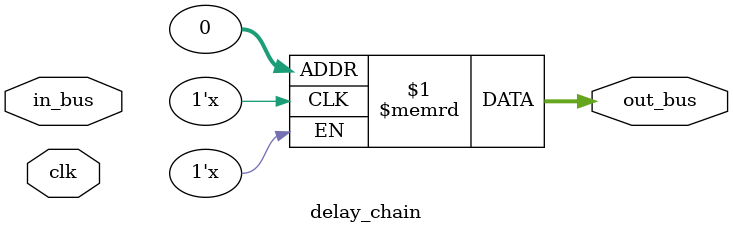
<source format=sv>
module delay_chain #(
    parameter WIDTH=8, 
    parameter STAGES=1
) 
(
   input logic                 clk,

   input logic [WIDTH-1:0]     in_bus,

   output logic [WIDTH-1:0]    out_bus
);

//Note the shreg_extract=no directs Xilinx to not infer shift registers which
// defeats using this as a pipeline

   (* dont_touch = "yes" *) logic [WIDTH-1:0] pipe[STAGES-1:0];
   
   genvar i;
   for (i = 0; i < STAGES; i = i + 1) begin : inst
      if (i==0 ) begin: pipe_0
         simple_reg #(
            .WIDTH   ( WIDTH  )
         ) 
         u_pipe_0(
            .clk     ( clk    ),
            .in_bus  ( in_bus ),
            .out_bus ( pipe[0])
         );
      end: pipe_0
      else begin: pipe_multi
         simple_reg #(
            .WIDTH   ( WIDTH  )
         ) 
         u_pipe(
            .clk     ( clk       ),
            .in_bus  ( pipe[i-1] ),
            .out_bus ( pipe[i]   )
         );
      end: pipe_multi
   end

   assign out_bus = pipe[STAGES-1];

endmodule

</source>
